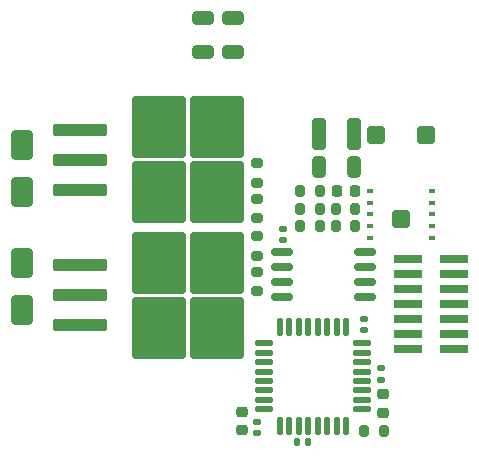
<source format=gbr>
%TF.GenerationSoftware,KiCad,Pcbnew,9.0.6-9.0.6~ubuntu22.04.1*%
%TF.CreationDate,2025-11-05T22:25:10+01:00*%
%TF.ProjectId,FliperKAd,466c6970-6572-44b4-9164-2e6b69636164,rev?*%
%TF.SameCoordinates,Original*%
%TF.FileFunction,Paste,Top*%
%TF.FilePolarity,Positive*%
%FSLAX46Y46*%
G04 Gerber Fmt 4.6, Leading zero omitted, Abs format (unit mm)*
G04 Created by KiCad (PCBNEW 9.0.6-9.0.6~ubuntu22.04.1) date 2025-11-05 22:25:10*
%MOMM*%
%LPD*%
G01*
G04 APERTURE LIST*
G04 Aperture macros list*
%AMRoundRect*
0 Rectangle with rounded corners*
0 $1 Rounding radius*
0 $2 $3 $4 $5 $6 $7 $8 $9 X,Y pos of 4 corners*
0 Add a 4 corners polygon primitive as box body*
4,1,4,$2,$3,$4,$5,$6,$7,$8,$9,$2,$3,0*
0 Add four circle primitives for the rounded corners*
1,1,$1+$1,$2,$3*
1,1,$1+$1,$4,$5*
1,1,$1+$1,$6,$7*
1,1,$1+$1,$8,$9*
0 Add four rect primitives between the rounded corners*
20,1,$1+$1,$2,$3,$4,$5,0*
20,1,$1+$1,$4,$5,$6,$7,0*
20,1,$1+$1,$6,$7,$8,$9,0*
20,1,$1+$1,$8,$9,$2,$3,0*%
G04 Aperture macros list end*
%ADD10RoundRect,0.218750X0.256250X-0.218750X0.256250X0.218750X-0.256250X0.218750X-0.256250X-0.218750X0*%
%ADD11RoundRect,0.200000X-0.200000X-0.275000X0.200000X-0.275000X0.200000X0.275000X-0.200000X0.275000X0*%
%ADD12RoundRect,0.225000X0.225000X0.250000X-0.225000X0.250000X-0.225000X-0.250000X0.225000X-0.250000X0*%
%ADD13RoundRect,0.250000X0.325000X0.650000X-0.325000X0.650000X-0.325000X-0.650000X0.325000X-0.650000X0*%
%ADD14RoundRect,0.140000X0.170000X-0.140000X0.170000X0.140000X-0.170000X0.140000X-0.170000X-0.140000X0*%
%ADD15RoundRect,0.140000X0.140000X0.170000X-0.140000X0.170000X-0.140000X-0.170000X0.140000X-0.170000X0*%
%ADD16RoundRect,0.200000X0.200000X0.275000X-0.200000X0.275000X-0.200000X-0.275000X0.200000X-0.275000X0*%
%ADD17RoundRect,0.140000X-0.170000X0.140000X-0.170000X-0.140000X0.170000X-0.140000X0.170000X0.140000X0*%
%ADD18RoundRect,0.225000X0.250000X-0.225000X0.250000X0.225000X-0.250000X0.225000X-0.250000X-0.225000X0*%
%ADD19RoundRect,0.225000X0.525000X-0.525000X0.525000X0.525000X-0.525000X0.525000X-0.525000X-0.525000X0*%
%ADD20RoundRect,0.060000X0.190000X-0.140000X0.190000X0.140000X-0.190000X0.140000X-0.190000X-0.140000X0*%
%ADD21RoundRect,0.250000X0.325000X1.100000X-0.325000X1.100000X-0.325000X-1.100000X0.325000X-1.100000X0*%
%ADD22RoundRect,0.250000X-0.650000X0.325000X-0.650000X-0.325000X0.650000X-0.325000X0.650000X0.325000X0*%
%ADD23RoundRect,0.150000X0.800000X0.150000X-0.800000X0.150000X-0.800000X-0.150000X0.800000X-0.150000X0*%
%ADD24RoundRect,0.250000X-2.025000X-2.375000X2.025000X-2.375000X2.025000X2.375000X-2.025000X2.375000X0*%
%ADD25RoundRect,0.250000X-2.050000X-0.300000X2.050000X-0.300000X2.050000X0.300000X-2.050000X0.300000X0*%
%ADD26RoundRect,0.250000X0.650000X-1.000000X0.650000X1.000000X-0.650000X1.000000X-0.650000X-1.000000X0*%
%ADD27RoundRect,0.200000X-0.275000X0.200000X-0.275000X-0.200000X0.275000X-0.200000X0.275000X0.200000X0*%
%ADD28R,2.400000X0.740000*%
%ADD29RoundRect,0.125000X0.125000X-0.625000X0.125000X0.625000X-0.125000X0.625000X-0.125000X-0.625000X0*%
%ADD30RoundRect,0.125000X0.625000X-0.125000X0.625000X0.125000X-0.625000X0.125000X-0.625000X-0.125000X0*%
%ADD31RoundRect,0.200000X0.275000X-0.200000X0.275000X0.200000X-0.275000X0.200000X-0.275000X-0.200000X0*%
G04 APERTURE END LIST*
D10*
%TO.C,D3*%
X55600000Y-50675000D03*
X55600000Y-49100000D03*
%TD*%
D11*
%TO.C,R10*%
X48575000Y-31900000D03*
X50225000Y-31900000D03*
%TD*%
D12*
%TO.C,C12*%
X53175000Y-31900000D03*
X51625000Y-31900000D03*
%TD*%
D13*
%TO.C,C8*%
X50125000Y-29900000D03*
X53075000Y-29900000D03*
%TD*%
D14*
%TO.C,C7*%
X47100000Y-36080000D03*
X47100000Y-35120000D03*
%TD*%
D15*
%TO.C,C6*%
X48245000Y-53200000D03*
X49205000Y-53200000D03*
%TD*%
D16*
%TO.C,R3*%
X51575000Y-34900000D03*
X53225000Y-34900000D03*
%TD*%
D11*
%TO.C,R4*%
X50225000Y-34900000D03*
X48575000Y-34900000D03*
%TD*%
D17*
%TO.C,C5*%
X55425000Y-47880000D03*
X55425000Y-46920000D03*
%TD*%
%TO.C,C3*%
X53925000Y-43700000D03*
X53925000Y-42740000D03*
%TD*%
D14*
%TO.C,C2*%
X44925000Y-51440000D03*
X44925000Y-52400000D03*
%TD*%
D18*
%TO.C,C1*%
X43625000Y-50600000D03*
X43625000Y-52150000D03*
%TD*%
D16*
%TO.C,R9*%
X51575000Y-33400000D03*
X53225000Y-33400000D03*
%TD*%
%TO.C,R8*%
X48575000Y-33400000D03*
X50225000Y-33400000D03*
%TD*%
D19*
%TO.C,U4*%
X57100000Y-34300000D03*
D20*
X59700000Y-35900000D03*
X59700000Y-34900000D03*
X59700000Y-33900000D03*
X59700000Y-32900000D03*
X59700000Y-31900000D03*
D19*
X59200000Y-27150000D03*
X55000000Y-27150000D03*
D20*
X54500000Y-31900000D03*
X54500000Y-32900000D03*
X54500000Y-33900000D03*
X54500000Y-34900000D03*
X54500000Y-35900000D03*
%TD*%
D21*
%TO.C,C9*%
X50125000Y-27100000D03*
X53075000Y-27100000D03*
%TD*%
D22*
%TO.C,C11*%
X42900000Y-17225000D03*
X42900000Y-20175000D03*
%TD*%
%TO.C,C10*%
X40300000Y-17225000D03*
X40300000Y-20175000D03*
%TD*%
D23*
%TO.C,U2*%
X54000000Y-40905000D03*
X54000000Y-39635000D03*
X54000000Y-38365000D03*
X54000000Y-37095000D03*
X47000000Y-37095000D03*
X47000000Y-38365000D03*
X47000000Y-39635000D03*
X47000000Y-40905000D03*
%TD*%
D24*
%TO.C,Q2*%
X36625000Y-26485000D03*
X36625000Y-32035000D03*
X41475000Y-26485000D03*
X41475000Y-32035000D03*
D25*
X29900000Y-26720000D03*
X29900000Y-29260000D03*
X29900000Y-31800000D03*
%TD*%
%TO.C,Q1*%
X29900000Y-43280000D03*
X29900000Y-40740000D03*
X29900000Y-38200000D03*
D24*
X41475000Y-43515000D03*
X41475000Y-37965000D03*
X36625000Y-43515000D03*
X36625000Y-37965000D03*
%TD*%
D26*
%TO.C,D2*%
X25000000Y-42000000D03*
X25000000Y-38000000D03*
%TD*%
D27*
%TO.C,R2*%
X44900000Y-38750000D03*
X44900000Y-40400000D03*
%TD*%
D28*
%TO.C,J5*%
X61550000Y-45310000D03*
X57650000Y-45310000D03*
X61550000Y-44040000D03*
X57650000Y-44040000D03*
X61550000Y-42770000D03*
X57650000Y-42770000D03*
X61550000Y-41500000D03*
X57650000Y-41500000D03*
X61550000Y-40230000D03*
X57650000Y-40230000D03*
X61550000Y-38960000D03*
X57650000Y-38960000D03*
X61550000Y-37690000D03*
X57650000Y-37690000D03*
%TD*%
D29*
%TO.C,U1*%
X46825000Y-51775000D03*
X47625000Y-51775000D03*
X48425000Y-51775000D03*
X49225000Y-51775000D03*
X50025000Y-51775000D03*
X50825000Y-51775000D03*
X51625000Y-51775000D03*
X52425000Y-51775000D03*
D30*
X53800000Y-50400000D03*
X53800000Y-49600000D03*
X53800000Y-48800000D03*
X53800000Y-48000000D03*
X53800000Y-47200000D03*
X53800000Y-46400000D03*
X53800000Y-45600000D03*
X53800000Y-44800000D03*
D29*
X52425000Y-43425000D03*
X51625000Y-43425000D03*
X50825000Y-43425000D03*
X50025000Y-43425000D03*
X49225000Y-43425000D03*
X48425000Y-43425000D03*
X47625000Y-43425000D03*
X46825000Y-43425000D03*
D30*
X45450000Y-44800000D03*
X45450000Y-45600000D03*
X45450000Y-46400000D03*
X45450000Y-47200000D03*
X45450000Y-48000000D03*
X45450000Y-48800000D03*
X45450000Y-49600000D03*
X45450000Y-50400000D03*
%TD*%
D27*
%TO.C,R5*%
X44900000Y-32575000D03*
X44900000Y-34225000D03*
%TD*%
D26*
%TO.C,D1*%
X25000000Y-32000000D03*
X25000000Y-28000000D03*
%TD*%
D31*
%TO.C,R6*%
X44900000Y-31225000D03*
X44900000Y-29575000D03*
%TD*%
%TO.C,R1*%
X44900000Y-37400000D03*
X44900000Y-35750000D03*
%TD*%
D16*
%TO.C,R7*%
X53975000Y-52200000D03*
X55625000Y-52200000D03*
%TD*%
M02*

</source>
